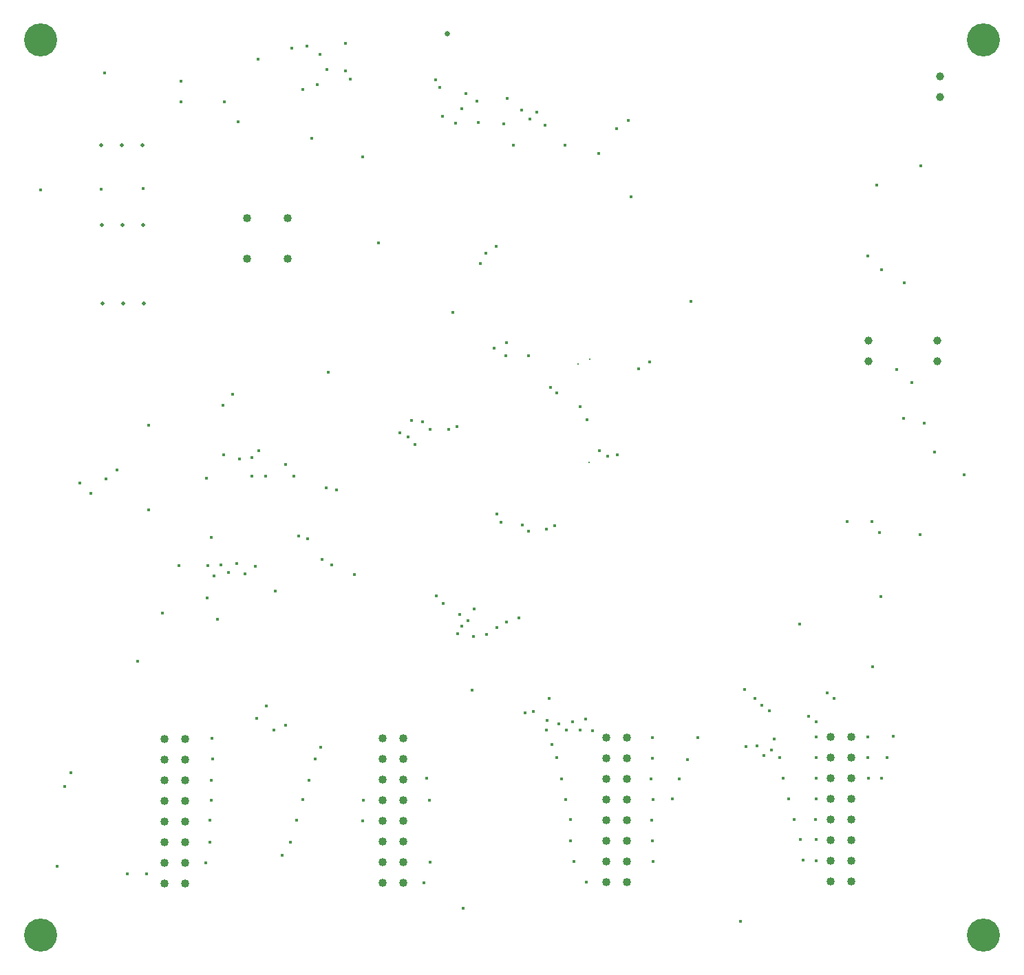
<source format=gbr>
%TF.GenerationSoftware,Altium Limited,Altium Designer,18.1.9 (240)*%
G04 Layer_Color=0*
%FSLAX26Y26*%
%MOIN*%
%TF.FileFunction,Plated,1,2,PTH,Drill*%
%TF.Part,Single*%
G01*
G75*
%TA.AperFunction,OtherDrill,Pad Free-8 (2300mil,1480mil)*%
%ADD84C,0.160000*%
%TA.AperFunction,OtherDrill,Pad Free-7 (6865mil,1480mil)*%
%ADD85C,0.160000*%
%TA.AperFunction,OtherDrill,Pad Free-6 (6865mil,5818mil)*%
%ADD86C,0.160000*%
%TA.AperFunction,OtherDrill,Pad Free-5 (2300mil,5818mil)*%
%ADD87C,0.160000*%
%TA.AperFunction,ComponentDrill*%
%ADD88C,0.039370*%
%ADD89C,0.040157*%
%ADD90C,0.020079*%
%ADD91C,0.040157*%
%TA.AperFunction,ViaDrill,NotFilled*%
%ADD92C,0.015000*%
%ADD93C,0.025000*%
%ADD94C,0.010000*%
D84*
X2300000Y1480000D02*
D03*
D85*
X6865000D02*
D03*
D86*
Y5818000D02*
D03*
D87*
X2300000D02*
D03*
D88*
X6643000Y4362000D02*
D03*
Y4262000D02*
D03*
X6308000Y4361000D02*
D03*
Y4261000D02*
D03*
X6655000Y5640000D02*
D03*
Y5540000D02*
D03*
D89*
X3495000Y4954000D02*
D03*
X3298150D02*
D03*
X3495000Y4757150D02*
D03*
X3298150D02*
D03*
D90*
X2592000Y5307000D02*
D03*
X2792000D02*
D03*
X2692000D02*
D03*
X2598000Y4540000D02*
D03*
X2798000D02*
D03*
X2698000D02*
D03*
X2594000Y4922000D02*
D03*
X2794000D02*
D03*
X2694000D02*
D03*
D91*
X5038544Y2439063D02*
D03*
Y2339063D02*
D03*
Y2239063D02*
D03*
Y2139063D02*
D03*
Y2039063D02*
D03*
Y1939063D02*
D03*
Y1839063D02*
D03*
Y1739063D02*
D03*
X5138544D02*
D03*
Y1839063D02*
D03*
Y1939063D02*
D03*
Y2039063D02*
D03*
Y2139063D02*
D03*
Y2239063D02*
D03*
Y2339063D02*
D03*
Y2439063D02*
D03*
X6226664Y2442285D02*
D03*
Y2342285D02*
D03*
Y2242285D02*
D03*
Y2142285D02*
D03*
Y2042285D02*
D03*
Y1942285D02*
D03*
Y1842285D02*
D03*
Y1742285D02*
D03*
X6126664D02*
D03*
Y1842285D02*
D03*
Y1942285D02*
D03*
Y2042285D02*
D03*
Y2142285D02*
D03*
Y2242285D02*
D03*
Y2342285D02*
D03*
Y2442285D02*
D03*
X4055063Y2433964D02*
D03*
Y2333964D02*
D03*
Y2233964D02*
D03*
Y2133964D02*
D03*
Y2033964D02*
D03*
Y1933964D02*
D03*
Y1833964D02*
D03*
Y1733964D02*
D03*
X3955063D02*
D03*
Y1833964D02*
D03*
Y1933964D02*
D03*
Y2033964D02*
D03*
Y2133964D02*
D03*
Y2233964D02*
D03*
Y2333964D02*
D03*
Y2433964D02*
D03*
X2998534Y2432092D02*
D03*
Y2332092D02*
D03*
Y2232092D02*
D03*
Y2132092D02*
D03*
Y2032092D02*
D03*
Y1932092D02*
D03*
Y1832092D02*
D03*
Y1732092D02*
D03*
X2898534D02*
D03*
Y1832092D02*
D03*
Y1932092D02*
D03*
Y2032092D02*
D03*
Y2132092D02*
D03*
Y2232092D02*
D03*
Y2332092D02*
D03*
Y2432092D02*
D03*
D92*
X2609000Y5656000D02*
D03*
X2890000Y3040000D02*
D03*
X5087000Y5388000D02*
D03*
X4184000Y3930000D02*
D03*
X4112000Y3857425D02*
D03*
X6561000Y5206000D02*
D03*
X6324717Y3482716D02*
D03*
X6206245D02*
D03*
X6559000Y3420000D02*
D03*
X6363000Y3432000D02*
D03*
X6348000Y5113000D02*
D03*
X2769000Y2809000D02*
D03*
X4542000Y5411000D02*
D03*
X5001000Y5267000D02*
D03*
X3817000Y3227000D02*
D03*
X6446000Y4220000D02*
D03*
X6517000Y4158000D02*
D03*
X4429000Y4735000D02*
D03*
X4504000Y4817000D02*
D03*
X4558425Y5534425D02*
D03*
X3775000Y5800000D02*
D03*
Y5666000D02*
D03*
X3797000Y5628000D02*
D03*
X3653000Y5746000D02*
D03*
X3684000Y5673000D02*
D03*
X3589000Y5789000D02*
D03*
X3516000Y5778000D02*
D03*
X6772000Y3710000D02*
D03*
X3936000Y4835000D02*
D03*
X3693000Y4206000D02*
D03*
X2378000Y1814000D02*
D03*
X3097908Y1832092D02*
D03*
X5975000Y2987000D02*
D03*
X5688000Y1547000D02*
D03*
X4345000Y1610000D02*
D03*
X4390000Y2669000D02*
D03*
X5449000Y4551000D02*
D03*
X6482068Y4641000D02*
D03*
X3261051Y3788000D02*
D03*
X3732000Y3637000D02*
D03*
X3593000Y3400000D02*
D03*
X3550000Y3413000D02*
D03*
X3661000Y3300000D02*
D03*
X3708000Y3275000D02*
D03*
X3337000Y3266000D02*
D03*
X3287000Y3231000D02*
D03*
X3247000Y3281000D02*
D03*
X3209000Y3239000D02*
D03*
X3172000Y3274000D02*
D03*
X3125000Y3406000D02*
D03*
X3140000Y3221000D02*
D03*
X3107979Y3272021D02*
D03*
X3322000Y3793000D02*
D03*
Y3704000D02*
D03*
X3156000Y3010000D02*
D03*
X3435054Y3148000D02*
D03*
X3387000Y3703000D02*
D03*
X3356000Y3827000D02*
D03*
X2616000Y3692000D02*
D03*
X3185000Y3808000D02*
D03*
X3485000Y3761000D02*
D03*
X3524000Y3705000D02*
D03*
X2489000Y3671000D02*
D03*
X4510000Y2971000D02*
D03*
X4395000Y2926000D02*
D03*
X4459000Y2939000D02*
D03*
X4318000Y2942000D02*
D03*
X4338000Y2977000D02*
D03*
X4367000Y3005000D02*
D03*
X4329000Y3033000D02*
D03*
X4250000Y3089000D02*
D03*
X4400000Y3061000D02*
D03*
X4556000Y2999000D02*
D03*
X4614000Y3018000D02*
D03*
X4214000Y3123000D02*
D03*
X5144000Y5426000D02*
D03*
X4231000Y5586000D02*
D03*
X4213000Y5623000D02*
D03*
X4246000Y5448000D02*
D03*
X3637921Y5599921D02*
D03*
X4419000Y5419000D02*
D03*
X4412000Y5520000D02*
D03*
X6142000Y2626000D02*
D03*
X6108000Y2654000D02*
D03*
X6056000Y2514000D02*
D03*
X6020000Y2540000D02*
D03*
X4147000Y3966000D02*
D03*
X4096000Y3975000D02*
D03*
X4079000Y3895000D02*
D03*
X4037000Y3914000D02*
D03*
X4275000Y3931000D02*
D03*
X4314536Y3945000D02*
D03*
X4509000Y3520000D02*
D03*
X4527000Y3479898D02*
D03*
X4633000Y3468000D02*
D03*
X4662000Y3437000D02*
D03*
X4788000Y3465000D02*
D03*
X4748000Y3449000D02*
D03*
X5005000Y3826000D02*
D03*
X5046000Y3800000D02*
D03*
X5091000Y3806000D02*
D03*
X4912000Y4040000D02*
D03*
X4663000Y4288000D02*
D03*
X4556456Y4350000D02*
D03*
X4494000Y4323000D02*
D03*
X4552000Y4286000D02*
D03*
X4768544Y4134000D02*
D03*
X4799000Y4108000D02*
D03*
X4294000Y4498000D02*
D03*
X5250000Y4257000D02*
D03*
X4741000Y5404000D02*
D03*
X4701000Y5469000D02*
D03*
X4667000Y5433000D02*
D03*
X4628000Y5476000D02*
D03*
X6577000Y3960000D02*
D03*
X5792000Y2593000D02*
D03*
X5757000Y2626000D02*
D03*
X5707000Y2671000D02*
D03*
X5803000Y2350000D02*
D03*
X5767000Y2396000D02*
D03*
X5714000Y2393000D02*
D03*
X5839000Y2379000D02*
D03*
X5853000Y2431000D02*
D03*
X5828000Y2566000D02*
D03*
X6054000Y1842285D02*
D03*
X5978000Y1943000D02*
D03*
X5950000Y2042000D02*
D03*
X5922000Y2142000D02*
D03*
X5894000Y2242000D02*
D03*
X5992000Y1843000D02*
D03*
X5879715Y2342285D02*
D03*
X6053715Y2442285D02*
D03*
X6373000Y2242285D02*
D03*
X6400000Y2342000D02*
D03*
X6428000Y2444000D02*
D03*
X5360000Y2141000D02*
D03*
X5391000Y2238000D02*
D03*
X5432000Y2332000D02*
D03*
X5482000Y2437000D02*
D03*
X5263000Y2439063D02*
D03*
X5262000Y2338063D02*
D03*
X4753000Y2521000D02*
D03*
X4761000Y2628000D02*
D03*
X4809000Y2504000D02*
D03*
X4644000Y2559000D02*
D03*
X4686000Y2563000D02*
D03*
X4747000Y2475000D02*
D03*
X4776000Y2403000D02*
D03*
X4845000Y2473000D02*
D03*
X4874000Y2514544D02*
D03*
X4911000Y2474000D02*
D03*
X4939000Y2528000D02*
D03*
X4971000Y2471000D02*
D03*
X4799000Y2340000D02*
D03*
X4864000Y1938000D02*
D03*
X4169000Y2240000D02*
D03*
X3483701Y2498000D02*
D03*
X3427000Y2475799D02*
D03*
X3508000Y1932000D02*
D03*
X3539000Y2039000D02*
D03*
X3568000Y2138000D02*
D03*
X3599000Y2230000D02*
D03*
X3627000Y2335000D02*
D03*
X3656000Y2390000D02*
D03*
X3345000Y2530000D02*
D03*
X3391000Y2591000D02*
D03*
X3468000Y1866000D02*
D03*
X2444500Y2267500D02*
D03*
X2720000Y1778000D02*
D03*
X2300000Y5091000D02*
D03*
X2593000Y5093000D02*
D03*
X6371000Y4704000D02*
D03*
X6305000Y4770000D02*
D03*
X6627000Y3821000D02*
D03*
X4838000Y5308000D02*
D03*
X4590000D02*
D03*
X2976871Y5617871D02*
D03*
X3255000Y5421000D02*
D03*
X3187485Y5518485D02*
D03*
X6479000Y3983000D02*
D03*
X3353298Y5725702D02*
D03*
X4337299Y5485000D02*
D03*
X4357000Y5558000D02*
D03*
X2822000Y3951000D02*
D03*
X2821214Y3542000D02*
D03*
X2794000Y5097000D02*
D03*
X3182000Y4049000D02*
D03*
X3568000Y5579000D02*
D03*
X5159000Y5059000D02*
D03*
X2979000Y5517000D02*
D03*
X3857000Y5250000D02*
D03*
X4455456Y4784000D02*
D03*
X3611000Y5341000D02*
D03*
X4307000Y5415000D02*
D03*
X3682000Y3646000D02*
D03*
X6327000Y2780000D02*
D03*
X3102000Y3694000D02*
D03*
X3230000Y4102000D02*
D03*
X3105979Y3113021D02*
D03*
X2541000Y3620000D02*
D03*
X2667000Y3733000D02*
D03*
X2968000Y3272000D02*
D03*
X5196000Y4223000D02*
D03*
X4944000Y3976000D02*
D03*
X6367000Y3122000D02*
D03*
X2811000Y1778000D02*
D03*
X3119092Y1932092D02*
D03*
X3119000Y2038000D02*
D03*
X3124000Y2135000D02*
D03*
X3125000Y2232000D02*
D03*
X3131000Y2333000D02*
D03*
X3130000Y2434000D02*
D03*
X2414000Y2200000D02*
D03*
X3861036Y2133964D02*
D03*
X3858000Y2033000D02*
D03*
X4182964Y2133964D02*
D03*
X4185964Y1833964D02*
D03*
X4153964Y1733964D02*
D03*
X6303715Y2342285D02*
D03*
X6304285Y2442285D02*
D03*
X6308285Y2242285D02*
D03*
X6054715Y2342285D02*
D03*
X6055285Y2242285D02*
D03*
X6054715Y2142285D02*
D03*
X6052285Y2042285D02*
D03*
X6054715Y1942715D02*
D03*
X4822000Y2238000D02*
D03*
X4843000Y2138000D02*
D03*
X4866000Y2040000D02*
D03*
X5255063Y2239063D02*
D03*
X5263937Y2139063D02*
D03*
X5259937Y2039063D02*
D03*
X5262937Y1939063D02*
D03*
X5265937Y1839063D02*
D03*
X4880937D02*
D03*
X4940937Y1739063D02*
D03*
D93*
X4269000Y5849000D02*
D03*
D94*
X4954000Y3771000D02*
D03*
X4959000Y4271827D02*
D03*
X4903000Y4248000D02*
D03*
%TF.MD5,68d64a38e2faa9785d488ffb4c53c33f*%
M02*

</source>
